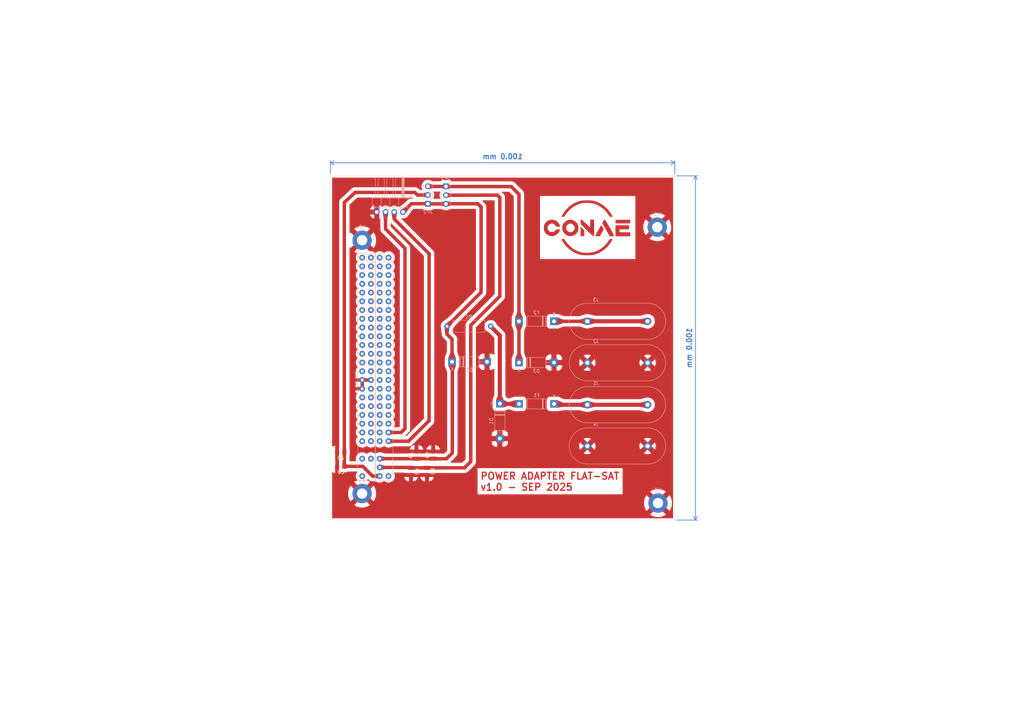
<source format=kicad_pcb>
(kicad_pcb (version 20240108) (generator "pcbnew") (generator_version "8.0")
  (title_block (title "Power Adapter FlatSat - MD") (date "2025-09-19") (rev "A") (company "Universidad Nacional de Córdoba -  FCEFyN") (comment 1 "Practicas Profesionales Supervisadas") (comment 2 "Flat Sat Híbrido") (comment 3 "Diaz Mateo"))
  (layers (0 "F.Cu" signal) (31 "B.Cu" signal) (34 "B.Paste" user) (35 "F.Paste" user) (36 "B.SilkS" user "B.Silkscreen") (37 "F.SilkS" user "F.Silkscreen") (38 "B.Mask" user) (39 "F.Mask" user) (44 "Edge.Cuts" user))
  (net 0 "")
  (net 1 "Net-(D1-K)")
  (net 2 "VCC_OUT")
  (net 3 "GND")
  (net 4 "3V3")
  (net 5 "BUCK")
  (net 58 "Net-(J5-Pin_41)")
  (net 59 "Net-(J5-Pin_43)")
  (net 60 "BUCK_IN")
  (net 63 "Net-(J5-Pin_52)")
  (net 65 "Net-(J5-Pin_50)")
  (footprint "Capacitor_SMD:C_0805_2012Metric_Pad1.18x1.45mm_HandSolder" (layer "F.Cu") (at 130.145 130.73 90)
    (property "Reference" "C2")
    (property "Value" "C")
  )
  (footprint "Capacitor_SMD:C_0805_2012Metric_Pad1.18x1.45mm_HandSolder" (layer "F.Cu") (at 103.295 129.93793 180)
    (property "Reference" "C6")
    (property "Value" "C")
  )
  (footprint "Library:logo_conae_25-16-n" (layer "F.Cu") (at 174.695 64.7)
    (property "Reference" "G***" (hide yes))
    (property "Value" "LOGO" (hide yes))
  )
  (footprint "Capacitor_SMD:C_0805_2012Metric_Pad1.18x1.45mm_HandSolder" (layer "F.Cu") (at 125.295 130.73 90)
    (property "Reference" "C1")
    (property "Value" "C")
  )
  (footprint "Capacitor_SMD:C_0805_2012Metric_Pad1.18x1.45mm_HandSolder" (layer "F.Cu") (at 128.345 135.4675 -90)
    (property "Reference" "C3")
    (property "Value" "C")
  )
  (footprint "Capacitor_SMD:C_0805_2012Metric_Pad1.18x1.45mm_HandSolder" (layer "F.Cu") (at 123.695 135.4675 -90)
    (property "Reference" "C4")
    (property "Value" "C")
  )
  (footprint "Capacitor_SMD:C_0805_2012Metric_Pad1.18x1.45mm_HandSolder" (layer "F.Cu") (at 103.295 134 180)
    (property "Reference" "C5")
    (property "Value" "C")
  )
  (footprint "Library:PinSocket_2x26_P2.54mm_Vertical_MIRROR_v2" (layer "B.Cu") (at 113.77 73.35 180)
    (property "Reference" "J5" (hide yes))
    (property "Value" "H1")
  )
  (footprint "Connector_PinHeader_2.54mm:PinHeader_1x04_P2.54mm_Horizontal" (layer "B.Cu") (at 121.375 60.1 90)
    (property "Reference" "J7")
    (property "Value" "Conn_01x04" (hide yes))
  )
  (footprint "Library:MountingHole_3mm_nanocom" (layer "B.Cu") (at 109.495 68.3 180)
    (property "Reference" "H2")
    (property "Value" "MountingHole_Pad")
  )
  (footprint "Diode_THT:D_DO-41_SOD81_P10.16mm_Horizontal" (layer "B.Cu") (at 135.615 103.62)
    (property "Reference" "D2")
    (property "Value" "D_Zener")
  )
  (footprint "Library:MountingHole_3mm_nanocom" (layer "B.Cu") (at 195.415 144.67 180)
    (property "Reference" "H3")
    (property "Value" "MountingHole_Pad")
  )
  (footprint "Diode_THT:D_DO-41_SOD81_P10.16mm_Horizontal" (layer "B.Cu") (at 155.045 103.85)
    (property "Reference" "D3")
    (property "Value" "1N5404")
  )
  (footprint "Diode_THT:D_DO-41_SOD81_P10.16mm_Horizontal" (layer "B.Cu") (at 165.225 115.85 180)
    (property "Reference" "F1")
    (property "Value" "Fuse")
  )
  (footprint "Library:Banana_Jack_2Pin_v_cubesat" (layer "B.Cu") (at 192.395 91.85 180)
    (property "Reference" "J3")
    (property "Value" "VCC_3V3")
  )
  (footprint "Library:PinSocket_2x26_P2.54mm_Vertical_MIRROR_v2" (layer "B.Cu") (at 108.69 73.35 180)
    (property "Reference" "J6" (hide yes))
    (property "Value" "H2")
  )
  (footprint "Library:Banana_Jack_2Pin_v_cubesat" (layer "B.Cu") (at 192.395 103.9 180)
    (property "Reference" "J2")
    (property "Value" "GND")
  )
  (footprint "Diode_THT:D_DO-41_SOD81_P10.16mm_Horizontal" (layer "B.Cu") (at 149.495 115.77 -90)
    (property "Reference" "D1")
    (property "Value" "1N5404")
  )
  (footprint "Library:Banana_Jack_2Pin_v_cubesat" (layer "B.Cu") (at 192.395 128.1 180)
    (property "Reference" "J4")
    (property "Value" "GND")
  )
  (footprint "Diode_THT:D_DO-41_SOD81_P10.16mm_Horizontal" (layer "B.Cu") (at 165.205 91.85 180)
    (property "Reference" "F2")
    (property "Value" "Fuse")
  )
  (footprint "Connector_PinHeader_2.54mm:PinHeader_1x03_P2.54mm_Vertical" (layer "B.Cu") (at 128.595 57.7)
    (property "Reference" "JP2")
    (property "Value" "Jumper_3_Bridged12")
  )
  (footprint "Library:MountingHole_3mm_nanocom" (layer "B.Cu") (at 109.495 141.9 180)
    (property "Reference" "H4")
    (property "Value" "MountingHole_Pad")
  )
  (footprint "Connector_PinHeader_2.54mm:PinHeader_1x03_P2.54mm_Vertical" (layer "B.Cu") (at 133.845 52.66 180)
    (property "Reference" "JP3")
    (property "Value" "Jumper_3_Bridged12")
  )
  (footprint "Library:Banana_Jack_2Pin_v_cubesat" (layer "B.Cu") (at 192.395 116.1 180)
    (property "Reference" "J1")
    (property "Value" "VCC")
  )
  (footprint "Library:MountingHole_3mm_nanocom" (layer "B.Cu") (at 195.195 64.5 180)
    (property "Reference" "H1")
    (property "Value" "MountingHole_Pad")
  )
  (footprint "Resistor_THT:R_Axial_DIN0309_L9.0mm_D3.2mm_P12.70mm_Horizontal" (layer "B.Cu") (at 146.825 93.3 180)
    (property "Reference" "R1")
    (property "Value" "R")
  )
  (gr_rect (start 100.288334 49.6) (end 200.288334 149.6) (stroke (width 0.05)) (fill none) (layer "Edge.Cuts"))
  (gr_text "POWER ADAPTER FLAT-SAT\nv1.0 - SEP 2025" (at 143.695 141.2 0) (layer "F.Cu") (effects (font (size 2 2) (thickness 0.375) (bold yes)) (justify left bottom)))
  (dimension (type aligned) (layer "B.Cu") (pts (xy 100.288334 49.6) (xy 200.288334 49.6)) (height -3.82) (gr_text "100,0 mm" (at 150.288334 43.98 0) (layer "B.Cu") (effects (font (size 1.5 1.5) (thickness 0.3)) (justify mirror))) (format (prefix "") (suffix "") (units 3) (units_format 1) (precision 1)) (style (thickness 0.2) (arrow_length 1.27) (text_position_mode 0) (extension_height 0.58642) (extension_offset 0.5) keep_text_aligned))
  (dimension (type aligned) (layer "B.Cu") (pts (xy 200.295 149.6) (xy 200.295 49.6)) (height 6) (gr_text "100,0 mm" (at 204.495 99.6 90) (layer "B.Cu") (effects (font (size 1.5 1.5) (thickness 0.3)) (justify mirror))) (format (prefix "") (suffix "") (units 3) (units_format 1) (precision 1)) (style (thickness 0.2) (arrow_length 1.27) (text_position_mode 0) (extension_height 0.58642) (extension_offset 0.5) keep_text_aligned))
  (segment (start 149.495 95.97) (end 146.825 93.3) (width 1.2) (layer "F.Cu") (net 1))
  (segment (start 149.495 115.77) (end 149.495 95.97) (width 1.2) (layer "F.Cu") (net 1))
  (segment (start 154.985 115.77) (end 155.065 115.85) (width 1.2) (layer "F.Cu") (net 1))
  (segment (start 149.575 115.85) (end 149.495 115.77) (width 1.2) (layer "F.Cu") (net 1))
  (segment (start 155.065 115.85) (end 149.575 115.85) (width 1.2) (layer "F.Cu") (net 1))
  (segment (start 133.845 57.74) (end 128.635 57.74) (width 1) (layer "F.Cu") (net 2))
  (segment (start 144.05 58.655) (end 143.095 57.7) (width 1) (layer "F.Cu") (net 2))
  (segment (start 144.05 83.4) (end 144.05 58.655) (width 1) (layer "F.Cu") (net 2))
  (segment (start 114.7125 131.6675) (end 114.61 131.77) (width 1) (layer "F.Cu") (net 2))
  (segment (start 135.615 103.62) (end 135.615 97.065) (width 1) (layer "F.Cu") (net 2))
  (segment (start 123.775 57.7) (end 128.595 57.7) (width 1) (layer "F.Cu") (net 2))
  (segment (start 135.645 103.59) (end 135.615 103.62) (width 1) (layer "F.Cu") (net 2))
  (segment (start 128.635 57.74) (end 128.595 57.7) (width 1) (layer "F.Cu") (net 2))
  (segment (start 135.645 103.59) (end 135.695 103.64) (width 1) (layer "F.Cu") (net 2))
  (segment (start 125.2925 131.77) (end 125.295 131.7675) (width 1) (layer "F.Cu") (net 2))
  (segment (start 130.145 131.7675) (end 130.1825 131.805) (width 1) (layer "F.Cu") (net 2))
  (segment (start 114.61 131.77) (end 125.2925 131.77) (width 1) (layer "F.Cu") (net 2))
  (segment (start 134.15 93.3) (end 144.05 83.4) (width 1) (layer "F.Cu") (net 2))
  (segment (start 133.885 57.7) (end 133.845 57.74) (width 1) (layer "F.Cu") (net 2))
  (segment (start 125.295 131.7675) (end 130.145 131.7675) (width 1) (layer "F.Cu") (net 2))
  (segment (start 135.695 130.08) (end 135.695 102.84) (width 1) (layer "F.Cu") (net 2))
  (segment (start 121.375 60.1) (end 123.775 57.7) (width 1) (layer "F.Cu") (net 2))
  (segment (start 133.97 131.805) (end 135.695 130.08) (width 1) (layer "F.Cu") (net 2))
  (segment (start 134.125 95.575) (end 134.125 93.3) (width 1) (layer "F.Cu") (net 2))
  (segment (start 130.1825 131.805) (end 133.97 131.805) (width 1) (layer "F.Cu") (net 2))
  (segment (start 134.125 93.3) (end 134.15 93.3) (width 1) (layer "F.Cu") (net 2))
  (segment (start 135.615 97.065) (end 134.125 95.575) (width 1) (layer "F.Cu") (net 2))
  (segment (start 143.095 57.7) (end 133.885 57.7) (width 1) (layer "F.Cu") (net 2))
  (segment (start 109.53 111.45) (end 109.53 108.91) (width 1) (layer "F.Cu") (net 3))
  (segment (start 107.125 111.45) (end 107.045 111.53) (width 1) (layer "F.Cu") (net 3))
  (segment (start 195.415 64.66) (end 194.605 64.66) (width 1.2) (layer "F.Cu") (net 3))
  (segment (start 194.045 143.3) (end 195.415 144.67) (width 0.4) (layer "F.Cu") (net 3))
  (segment (start 110.69 68.3) (end 110.74 68.25) (width 1) (layer "F.Cu") (net 3))
  (segment (start 106.845 70.95) (end 109.495 68.3) (width 1) (layer "F.Cu") (net 3))
  (segment (start 174.895 103.9) (end 174.895 103.85) (width 1.2) (layer "F.Cu") (net 3))
  (segment (start 106.845 108.91) (end 106.845 70.95) (width 1) (layer "F.Cu") (net 3))
  (segment (start 106.845 111.33) (end 106.845 108.91) (width 1) (layer "F.Cu") (net 3))
  (segment (start 109.53 108.91) (end 106.845 108.91) (width 1) (layer "F.Cu") (net 3))
  (segment (start 109.53 111.45) (end 107.125 111.45) (width 1) (layer "F.Cu") (net 3))
  (segment (start 165.255 103.9) (end 165.205 103.85) (width 1.2) (layer "F.Cu") (net 3))
  (segment (start 109.53 108.91) (end 112.07 108.91) (width 1) (layer "F.Cu") (net 3))
  (segment (start 107.045 111.53) (end 106.845 111.33) (width 1) (layer "F.Cu") (net 3))
  (segment (start 109.495 68.3) (end 110.69 68.3) (width 1) (layer "F.Cu") (net 3))
  (segment (start 165.475 116.1) (end 165.225 115.85) (width 1.2) (layer "F.Cu") (net 4))
  (segment (start 192.395 116.1) (end 174.895 116.1) (width 1.2) (layer "F.Cu") (net 4))
  (segment (start 174.895 116.1) (end 165.475 116.1) (width 1.2) (layer "F.Cu") (net 4))
  (segment (start 192.395 91.85) (end 174.895 91.85) (width 1.2) (layer "F.Cu") (net 5))
  (segment (start 165.205 91.85) (end 174.895 91.85) (width 1) (layer "F.Cu") (net 5))
  (segment (start 121.945 70.65) (end 121.945 117.655) (width 1) (layer "F.Cu") (net 58))
  (segment (start 116.295 65) (end 121.945 70.65) (width 1) (layer "F.Cu") (net 58))
  (segment (start 116.295 60.1) (end 116.295 65) (width 1) (layer "F.Cu") (net 58))
  (segment (start 117.15 124.15) (end 120.825 124.15) (width 1) (layer "F.Cu") (net 58))
  (segment (start 120.825 124.15) (end 121.945 123.03) (width 1) (layer "F.Cu") (net 58))
  (segment (start 121.945 123.03) (end 121.945 117.655) (width 1) (layer "F.Cu") (net 58))
  (segment (start 128.945 72.25) (end 118.835 62.14) (width 1) (layer "F.Cu") (net 59))
  (segment (start 122.985 126.69) (end 128.945 120.73) (width 1) (layer "F.Cu") (net 59))
  (segment (start 128.945 120.73) (end 128.945 72.25) (width 1) (layer "F.Cu") (net 59))
  (segment (start 117.15 126.69) (end 122.985 126.69) (width 1) (layer "F.Cu") (net 59))
  (segment (start 118.835 62.14) (end 118.835 60.1) (width 1) (layer "F.Cu") (net 59))
  (segment (start 152.795 52.7) (end 133.885 52.7) (width 1) (layer "F.Cu") (net 60))
  (segment (start 155.045 103.85) (end 155.045 91.85) (width 1) (layer "F.Cu") (net 60))
  (segment (start 133.885 52.7) (end 133.845 52.66) (width 1) (layer "F.Cu") (net 60))
  (segment (start 155.045 54.95) (end 152.795 52.7) (width 1) (layer "F.Cu") (net 60))
  (segment (start 133.845 52.66) (end 128.635 52.66) (width 1) (layer "F.Cu") (net 60))
  (segment (start 128.635 52.66) (end 128.595 52.62) (width 1) (layer "F.Cu") (net 60))
  (segment (start 155.045 91.85) (end 155.045 54.95) (width 1) (layer "F.Cu") (net 60))
  (segment (start 107.195 54.7) (end 107.495 54.4) (width 1) (layer "F.Cu") (net 63))
  (segment (start 114.61 136.85) (end 112.545 136.85) (width 1) (layer "F.Cu") (net 63))
  (segment (start 124.795 54.4) (end 125.555 55.16) (width 1) (layer "F.Cu") (net 63))
  (segment (start 104.3325 129.93793) (end 104.3325 57.3125) (width 1) (layer "F.Cu") (net 63))
  (segment (start 125.555 55.16) (end 128.595 55.16) (width 1) (layer "F.Cu") (net 63))
  (segment (start 112.545 136.85) (end 109.695 134) (width 1) (layer "F.Cu") (net 63))
  (segment (start 109.695 134) (end 104.3325 134) (width 1) (layer "F.Cu") (net 63))
  (segment (start 104.3325 129.93793) (end 104.3325 134) (width 1) (layer "F.Cu") (net 63))
  (segment (start 107.495 54.4) (end 124.795 54.4) (width 1) (layer "F.Cu") (net 63))
  (segment (start 104.3325 57.3125) (end 107.195 54.7) (width 1) (layer "F.Cu") (net 63))
  (segment (start 123.6775 134.4475) (end 123.695 134.43) (width 1) (layer "F.Cu") (net 65))
  (segment (start 141.045 93) (end 149.495 84.55) (width 1) (layer "F.Cu") (net 65))
  (segment (start 114.61 134.31) (end 123.575 134.31) (width 1) (layer "F.Cu") (net 65))
  (segment (start 149.495 84.55) (end 149.495 55.9) (width 1) (layer "F.Cu") (net 65))
  (segment (start 123.695 134.43) (end 128.345 134.43) (width 1) (layer "F.Cu") (net 65))
  (segment (start 141.045 132.6) (end 141.045 93) (width 1) (layer "F.Cu") (net 65))
  (segment (start 128.345 134.43) (end 139.215 134.43) (width 1) (layer "F.Cu") (net 65))
  (segment (start 149.495 55.9) (end 148.795 55.2) (width 1) (layer "F.Cu") (net 65))
  (segment (start 139.215 134.43) (end 141.045 132.6) (width 1) (layer "F.Cu") (net 65))
  (segment (start 148.795 55.2) (end 133.845 55.2) (width 1) (layer "F.Cu") (net 65))
  (segment (start 123.575 134.31) (end 123.695 134.43) (width 1) (layer "F.Cu") (net 65))
  (zone (net 0) (net_name "") (layer "F.Cu") (connect_pads (clearance 0)) (min_thickness 0.25)
    (keepout (tracks allowed) (vias allowed) (pads allowed) (copperpour not_allowed) (footprints allowed))
    (fill (thermal_gap 1.255) (thermal_bridge_width 1.5) (island_removal_mode 1) (island_area_min 10))
    (polygon (pts (xy 100.395 130.9) (xy 101.595 131.1) (xy 101.795 133.6) (xy 100.495 132.9)))
  )
  (zone (net 0) (net_name "") (layer "F.Cu") (connect_pads (clearance 0)) (min_thickness 0.25)
    (keepout (tracks allowed) (vias allowed) (pads allowed) (copperpour not_allowed) (footprints allowed))
    (fill (thermal_gap 1.255) (thermal_bridge_width 1.5) (island_removal_mode 1) (island_area_min 10))
    (polygon (pts (xy 108.695 132) (xy 113.045 132.23) (xy 113.045 134.53) (xy 110.495 133.9)))
  )
  (zone (net 0) (net_name "") (layer "F.Cu") (connect_pads (clearance 0)) (min_thickness 0.25)
    (keepout (tracks allowed) (vias allowed) (pads allowed) (copperpour not_allowed) (footprints allowed))
    (fill (thermal_gap 1.255) (thermal_bridge_width 1.5) (island_removal_mode 1) (island_area_min 10))
    (polygon (pts (xy 107.595 106.5) (xy 111.795 106.5) (xy 111.795 111.7) (xy 107.695 111.7)))
  )
  (zone (net 0) (net_name "") (layer "F.Cu") (connect_pads (clearance 0)) (min_thickness 0.25)
    (keepout (tracks allowed) (vias allowed) (pads allowed) (copperpour not_allowed) (footprints allowed))
    (fill (thermal_gap 1.255) (thermal_bridge_width 1.5) (island_removal_mode 1) (island_area_min 10))
    (polygon (pts (xy 161.155 55.44) (xy 188.845 55.44) (xy 188.845 73.76) (xy 161.155 73.76)))
  )
  (zone (net 3) (net_name "GND") (layer "F.Cu") (connect_pads (clearance 1)) (min_thickness 0.25) (fill yes (thermal_gap 1.255) (thermal_bridge_width 1.5) (island_removal_mode 1) (island_area_min 10))
    (polygon (pts (xy 100.295 49.6) (xy 200.295 49.6) (xy 200.295 149.6) (xy 100.295 149.6)))
  )
)
</source>
